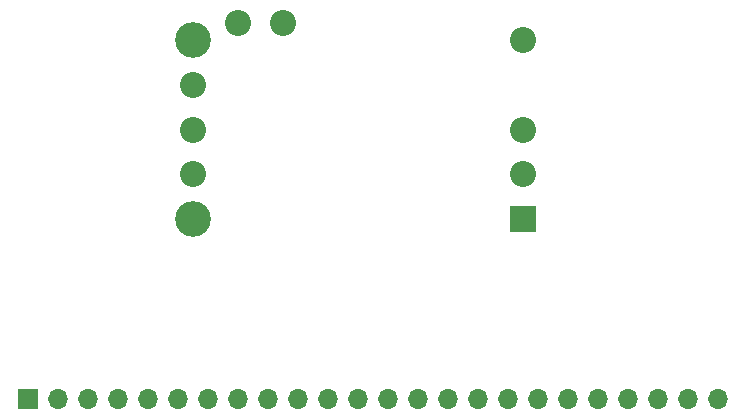
<source format=gbr>
%TF.GenerationSoftware,KiCad,Pcbnew,(6.0.5)*%
%TF.CreationDate,2022-06-12T23:50:42+02:00*%
%TF.ProjectId,power,706f7765-722e-46b6-9963-61645f706362,rev?*%
%TF.SameCoordinates,Original*%
%TF.FileFunction,Soldermask,Bot*%
%TF.FilePolarity,Negative*%
%FSLAX46Y46*%
G04 Gerber Fmt 4.6, Leading zero omitted, Abs format (unit mm)*
G04 Created by KiCad (PCBNEW (6.0.5)) date 2022-06-12 23:50:42*
%MOMM*%
%LPD*%
G01*
G04 APERTURE LIST*
%ADD10R,2.205000X2.205000*%
%ADD11C,2.205000*%
%ADD12C,3.030000*%
%ADD13R,1.700000X1.700000*%
%ADD14O,1.700000X1.700000*%
G04 APERTURE END LIST*
D10*
%TO.C,PS1*%
X83800000Y-72420000D03*
D11*
X83800000Y-64820000D03*
X83800000Y-57220000D03*
D12*
X55900000Y-57220000D03*
D11*
X55900000Y-61020000D03*
X55900000Y-64820000D03*
X55900000Y-68620000D03*
D12*
X55900000Y-72420000D03*
D11*
X63500000Y-55820000D03*
X59700000Y-55820000D03*
X83800000Y-68620000D03*
%TD*%
D13*
%TO.C,J1*%
X41910000Y-87630000D03*
D14*
X44450000Y-87630000D03*
X46990000Y-87630000D03*
X49530000Y-87630000D03*
X52070000Y-87630000D03*
X54610000Y-87630000D03*
X57150000Y-87630000D03*
X59690000Y-87630000D03*
X62230000Y-87630000D03*
X64770000Y-87630000D03*
X67310000Y-87630000D03*
X69850000Y-87630000D03*
X72390000Y-87630000D03*
X74930000Y-87630000D03*
X77470000Y-87630000D03*
X80010000Y-87630000D03*
X82550000Y-87630000D03*
X85090000Y-87630000D03*
X87630000Y-87630000D03*
X90170000Y-87630000D03*
X92710000Y-87630000D03*
X95250000Y-87630000D03*
X97790000Y-87630000D03*
X100330000Y-87630000D03*
%TD*%
M02*

</source>
